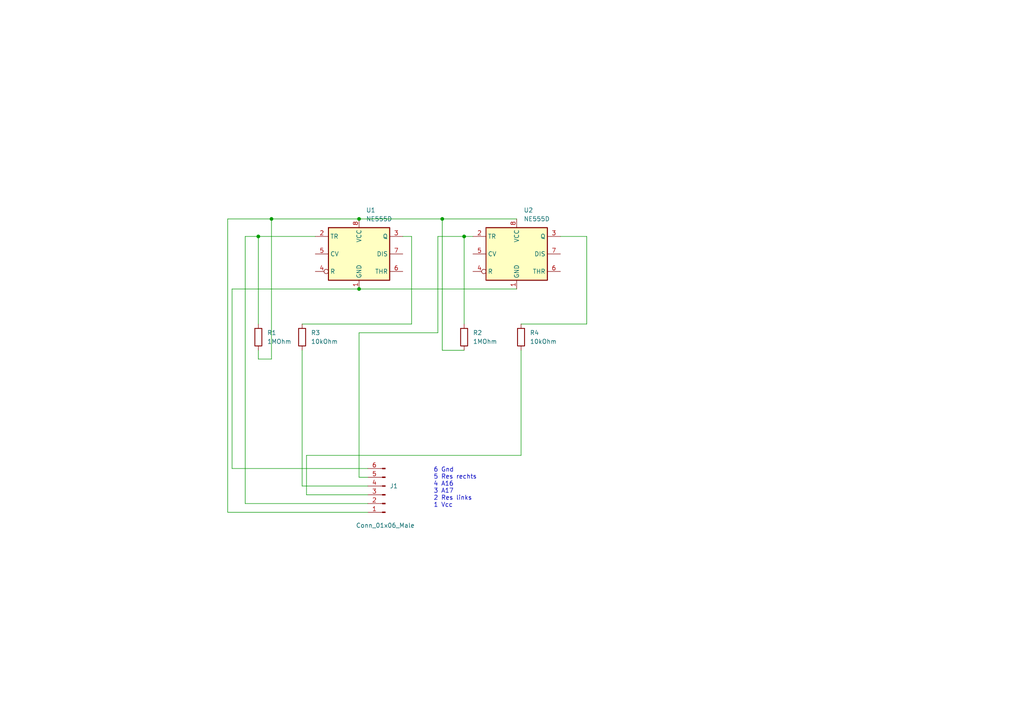
<source format=kicad_sch>
(kicad_sch (version 20211123) (generator eeschema)

  (uuid f388b098-a766-45d6-84fe-a6141afee7f9)

  (paper "A4")

  (title_block
    (title "Double FlipFlop with 4 conditions")
    (rev "0.5")
    (company "A.Michas")
  )

  (lib_symbols
    (symbol "Connector:Conn_01x06_Male" (pin_names (offset 1.016) hide) (in_bom yes) (on_board yes)
      (property "Reference" "J" (id 0) (at 0 7.62 0)
        (effects (font (size 1.27 1.27)))
      )
      (property "Value" "Conn_01x06_Male" (id 1) (at 0 -10.16 0)
        (effects (font (size 1.27 1.27)))
      )
      (property "Footprint" "" (id 2) (at 0 0 0)
        (effects (font (size 1.27 1.27)) hide)
      )
      (property "Datasheet" "~" (id 3) (at 0 0 0)
        (effects (font (size 1.27 1.27)) hide)
      )
      (property "ki_keywords" "connector" (id 4) (at 0 0 0)
        (effects (font (size 1.27 1.27)) hide)
      )
      (property "ki_description" "Generic connector, single row, 01x06, script generated (kicad-library-utils/schlib/autogen/connector/)" (id 5) (at 0 0 0)
        (effects (font (size 1.27 1.27)) hide)
      )
      (property "ki_fp_filters" "Connector*:*_1x??_*" (id 6) (at 0 0 0)
        (effects (font (size 1.27 1.27)) hide)
      )
      (symbol "Conn_01x06_Male_1_1"
        (polyline
          (pts
            (xy 1.27 -7.62)
            (xy 0.8636 -7.62)
          )
          (stroke (width 0.1524) (type default) (color 0 0 0 0))
          (fill (type none))
        )
        (polyline
          (pts
            (xy 1.27 -5.08)
            (xy 0.8636 -5.08)
          )
          (stroke (width 0.1524) (type default) (color 0 0 0 0))
          (fill (type none))
        )
        (polyline
          (pts
            (xy 1.27 -2.54)
            (xy 0.8636 -2.54)
          )
          (stroke (width 0.1524) (type default) (color 0 0 0 0))
          (fill (type none))
        )
        (polyline
          (pts
            (xy 1.27 0)
            (xy 0.8636 0)
          )
          (stroke (width 0.1524) (type default) (color 0 0 0 0))
          (fill (type none))
        )
        (polyline
          (pts
            (xy 1.27 2.54)
            (xy 0.8636 2.54)
          )
          (stroke (width 0.1524) (type default) (color 0 0 0 0))
          (fill (type none))
        )
        (polyline
          (pts
            (xy 1.27 5.08)
            (xy 0.8636 5.08)
          )
          (stroke (width 0.1524) (type default) (color 0 0 0 0))
          (fill (type none))
        )
        (rectangle (start 0.8636 -7.493) (end 0 -7.747)
          (stroke (width 0.1524) (type default) (color 0 0 0 0))
          (fill (type outline))
        )
        (rectangle (start 0.8636 -4.953) (end 0 -5.207)
          (stroke (width 0.1524) (type default) (color 0 0 0 0))
          (fill (type outline))
        )
        (rectangle (start 0.8636 -2.413) (end 0 -2.667)
          (stroke (width 0.1524) (type default) (color 0 0 0 0))
          (fill (type outline))
        )
        (rectangle (start 0.8636 0.127) (end 0 -0.127)
          (stroke (width 0.1524) (type default) (color 0 0 0 0))
          (fill (type outline))
        )
        (rectangle (start 0.8636 2.667) (end 0 2.413)
          (stroke (width 0.1524) (type default) (color 0 0 0 0))
          (fill (type outline))
        )
        (rectangle (start 0.8636 5.207) (end 0 4.953)
          (stroke (width 0.1524) (type default) (color 0 0 0 0))
          (fill (type outline))
        )
        (pin passive line (at 5.08 5.08 180) (length 3.81)
          (name "Pin_1" (effects (font (size 1.27 1.27))))
          (number "1" (effects (font (size 1.27 1.27))))
        )
        (pin passive line (at 5.08 2.54 180) (length 3.81)
          (name "Pin_2" (effects (font (size 1.27 1.27))))
          (number "2" (effects (font (size 1.27 1.27))))
        )
        (pin passive line (at 5.08 0 180) (length 3.81)
          (name "Pin_3" (effects (font (size 1.27 1.27))))
          (number "3" (effects (font (size 1.27 1.27))))
        )
        (pin passive line (at 5.08 -2.54 180) (length 3.81)
          (name "Pin_4" (effects (font (size 1.27 1.27))))
          (number "4" (effects (font (size 1.27 1.27))))
        )
        (pin passive line (at 5.08 -5.08 180) (length 3.81)
          (name "Pin_5" (effects (font (size 1.27 1.27))))
          (number "5" (effects (font (size 1.27 1.27))))
        )
        (pin passive line (at 5.08 -7.62 180) (length 3.81)
          (name "Pin_6" (effects (font (size 1.27 1.27))))
          (number "6" (effects (font (size 1.27 1.27))))
        )
      )
    )
    (symbol "Device:R" (pin_numbers hide) (pin_names (offset 0)) (in_bom yes) (on_board yes)
      (property "Reference" "R" (id 0) (at 2.032 0 90)
        (effects (font (size 1.27 1.27)))
      )
      (property "Value" "R" (id 1) (at 0 0 90)
        (effects (font (size 1.27 1.27)))
      )
      (property "Footprint" "" (id 2) (at -1.778 0 90)
        (effects (font (size 1.27 1.27)) hide)
      )
      (property "Datasheet" "~" (id 3) (at 0 0 0)
        (effects (font (size 1.27 1.27)) hide)
      )
      (property "ki_keywords" "R res resistor" (id 4) (at 0 0 0)
        (effects (font (size 1.27 1.27)) hide)
      )
      (property "ki_description" "Resistor" (id 5) (at 0 0 0)
        (effects (font (size 1.27 1.27)) hide)
      )
      (property "ki_fp_filters" "R_*" (id 6) (at 0 0 0)
        (effects (font (size 1.27 1.27)) hide)
      )
      (symbol "R_0_1"
        (rectangle (start -1.016 -2.54) (end 1.016 2.54)
          (stroke (width 0.254) (type default) (color 0 0 0 0))
          (fill (type none))
        )
      )
      (symbol "R_1_1"
        (pin passive line (at 0 3.81 270) (length 1.27)
          (name "~" (effects (font (size 1.27 1.27))))
          (number "1" (effects (font (size 1.27 1.27))))
        )
        (pin passive line (at 0 -3.81 90) (length 1.27)
          (name "~" (effects (font (size 1.27 1.27))))
          (number "2" (effects (font (size 1.27 1.27))))
        )
      )
    )
    (symbol "Timer:NE555D" (in_bom yes) (on_board yes)
      (property "Reference" "U" (id 0) (at -10.16 8.89 0)
        (effects (font (size 1.27 1.27)) (justify left))
      )
      (property "Value" "NE555D" (id 1) (at 2.54 8.89 0)
        (effects (font (size 1.27 1.27)) (justify left))
      )
      (property "Footprint" "Package_SO:SOIC-8_3.9x4.9mm_P1.27mm" (id 2) (at 21.59 -10.16 0)
        (effects (font (size 1.27 1.27)) hide)
      )
      (property "Datasheet" "http://www.ti.com/lit/ds/symlink/ne555.pdf" (id 3) (at 21.59 -10.16 0)
        (effects (font (size 1.27 1.27)) hide)
      )
      (property "ki_keywords" "single timer 555" (id 4) (at 0 0 0)
        (effects (font (size 1.27 1.27)) hide)
      )
      (property "ki_description" "Precision Timers, 555 compatible, SOIC-8" (id 5) (at 0 0 0)
        (effects (font (size 1.27 1.27)) hide)
      )
      (property "ki_fp_filters" "SOIC*3.9x4.9mm*P1.27mm*" (id 6) (at 0 0 0)
        (effects (font (size 1.27 1.27)) hide)
      )
      (symbol "NE555D_0_0"
        (pin power_in line (at 0 -10.16 90) (length 2.54)
          (name "GND" (effects (font (size 1.27 1.27))))
          (number "1" (effects (font (size 1.27 1.27))))
        )
        (pin power_in line (at 0 10.16 270) (length 2.54)
          (name "VCC" (effects (font (size 1.27 1.27))))
          (number "8" (effects (font (size 1.27 1.27))))
        )
      )
      (symbol "NE555D_0_1"
        (rectangle (start -8.89 -7.62) (end 8.89 7.62)
          (stroke (width 0.254) (type default) (color 0 0 0 0))
          (fill (type background))
        )
        (rectangle (start -8.89 -7.62) (end 8.89 7.62)
          (stroke (width 0.254) (type default) (color 0 0 0 0))
          (fill (type background))
        )
      )
      (symbol "NE555D_1_1"
        (pin input line (at -12.7 5.08 0) (length 3.81)
          (name "TR" (effects (font (size 1.27 1.27))))
          (number "2" (effects (font (size 1.27 1.27))))
        )
        (pin output line (at 12.7 5.08 180) (length 3.81)
          (name "Q" (effects (font (size 1.27 1.27))))
          (number "3" (effects (font (size 1.27 1.27))))
        )
        (pin input inverted (at -12.7 -5.08 0) (length 3.81)
          (name "R" (effects (font (size 1.27 1.27))))
          (number "4" (effects (font (size 1.27 1.27))))
        )
        (pin input line (at -12.7 0 0) (length 3.81)
          (name "CV" (effects (font (size 1.27 1.27))))
          (number "5" (effects (font (size 1.27 1.27))))
        )
        (pin input line (at 12.7 -5.08 180) (length 3.81)
          (name "THR" (effects (font (size 1.27 1.27))))
          (number "6" (effects (font (size 1.27 1.27))))
        )
        (pin input line (at 12.7 0 180) (length 3.81)
          (name "DIS" (effects (font (size 1.27 1.27))))
          (number "7" (effects (font (size 1.27 1.27))))
        )
      )
    )
  )


  (junction (at 134.62 68.58) (diameter 0) (color 0 0 0 0)
    (uuid 54835e27-5e30-431a-b8f1-9d9687f3fd0b)
  )
  (junction (at 104.14 83.82) (diameter 0) (color 0 0 0 0)
    (uuid 6b659bca-107d-4aba-9625-4f799ccc4980)
  )
  (junction (at 104.14 63.5) (diameter 0) (color 0 0 0 0)
    (uuid 9490d74f-45b2-4cef-8978-58bfec936230)
  )
  (junction (at 78.74 63.5) (diameter 0) (color 0 0 0 0)
    (uuid 9a5ff421-165f-460c-b681-e726a950c475)
  )
  (junction (at 74.93 68.58) (diameter 0) (color 0 0 0 0)
    (uuid b0e0c9e0-3a24-4c56-9087-458aa0da52d1)
  )
  (junction (at 128.27 63.5) (diameter 0) (color 0 0 0 0)
    (uuid f030c5b7-aa36-4ad3-9e21-680ce70e8a23)
  )

  (wire (pts (xy 134.62 101.6) (xy 128.27 101.6))
    (stroke (width 0) (type default) (color 0 0 0 0))
    (uuid 019abb30-41f6-4416-8b0a-4adb953581de)
  )
  (wire (pts (xy 66.04 148.59) (xy 106.68 148.59))
    (stroke (width 0) (type default) (color 0 0 0 0))
    (uuid 0cd245b3-03d7-4661-8f70-0d5d975a552b)
  )
  (wire (pts (xy 128.27 101.6) (xy 128.27 63.5))
    (stroke (width 0) (type default) (color 0 0 0 0))
    (uuid 0d83bd32-dd69-4f30-a3dd-37e70abf1d47)
  )
  (wire (pts (xy 170.18 68.58) (xy 170.18 93.98))
    (stroke (width 0) (type default) (color 0 0 0 0))
    (uuid 106e53cf-49d1-4508-951d-ba6146882531)
  )
  (wire (pts (xy 67.31 135.89) (xy 106.68 135.89))
    (stroke (width 0) (type default) (color 0 0 0 0))
    (uuid 12236ecc-768d-4407-aaa4-98f3600c7ded)
  )
  (wire (pts (xy 87.63 93.98) (xy 119.38 93.98))
    (stroke (width 0) (type default) (color 0 0 0 0))
    (uuid 13fdbf40-45de-49bf-a36c-4d61be2fa9ad)
  )
  (wire (pts (xy 91.44 68.58) (xy 74.93 68.58))
    (stroke (width 0) (type default) (color 0 0 0 0))
    (uuid 15b2802f-d331-406e-aa01-c2809c1b104c)
  )
  (wire (pts (xy 104.14 83.82) (xy 149.86 83.82))
    (stroke (width 0) (type default) (color 0 0 0 0))
    (uuid 190e54aa-87e8-4fc3-8c58-0b4fdc3a6faa)
  )
  (wire (pts (xy 127 96.52) (xy 127 68.58))
    (stroke (width 0) (type default) (color 0 0 0 0))
    (uuid 261b7a61-f5f2-4105-a7aa-9f01e93cfbf9)
  )
  (wire (pts (xy 88.9 143.51) (xy 106.68 143.51))
    (stroke (width 0) (type default) (color 0 0 0 0))
    (uuid 34c5a3e1-6721-4dcd-a3bf-f722d952ad1a)
  )
  (wire (pts (xy 119.38 68.58) (xy 116.84 68.58))
    (stroke (width 0) (type default) (color 0 0 0 0))
    (uuid 37b33007-4c09-4dd8-a4d5-c72cc2484ca7)
  )
  (wire (pts (xy 66.04 63.5) (xy 78.74 63.5))
    (stroke (width 0) (type default) (color 0 0 0 0))
    (uuid 39c45114-36ee-4498-b331-bae3092c2dbd)
  )
  (wire (pts (xy 106.68 146.05) (xy 71.12 146.05))
    (stroke (width 0) (type default) (color 0 0 0 0))
    (uuid 4a48253e-35e9-4d72-9add-17329f0a60db)
  )
  (wire (pts (xy 74.93 104.14) (xy 74.93 101.6))
    (stroke (width 0) (type default) (color 0 0 0 0))
    (uuid 4d8d5e30-7a39-4d4f-8e2e-1e6e58b193bc)
  )
  (wire (pts (xy 78.74 63.5) (xy 78.74 104.14))
    (stroke (width 0) (type default) (color 0 0 0 0))
    (uuid 5933d46d-bb5e-41ba-9b6c-2111e343e104)
  )
  (wire (pts (xy 104.14 138.43) (xy 104.14 96.52))
    (stroke (width 0) (type default) (color 0 0 0 0))
    (uuid 6f848cdb-212a-4d30-aabe-b9ffe9c75434)
  )
  (wire (pts (xy 151.13 132.08) (xy 88.9 132.08))
    (stroke (width 0) (type default) (color 0 0 0 0))
    (uuid 70ac375a-44ba-4827-ab0d-a6b9d85762b8)
  )
  (wire (pts (xy 170.18 93.98) (xy 151.13 93.98))
    (stroke (width 0) (type default) (color 0 0 0 0))
    (uuid 7127aa15-15b5-418e-a479-4639f48d92c5)
  )
  (wire (pts (xy 67.31 83.82) (xy 67.31 135.89))
    (stroke (width 0) (type default) (color 0 0 0 0))
    (uuid 7575abb8-bd4a-4151-b18c-0e0ba99729f4)
  )
  (wire (pts (xy 87.63 101.6) (xy 87.63 140.97))
    (stroke (width 0) (type default) (color 0 0 0 0))
    (uuid 7581c33c-6df4-4d7b-9591-b63299b2f46d)
  )
  (wire (pts (xy 134.62 68.58) (xy 134.62 93.98))
    (stroke (width 0) (type default) (color 0 0 0 0))
    (uuid 7c0a8646-fe18-44d6-99f3-c072f0e7b3bc)
  )
  (wire (pts (xy 66.04 63.5) (xy 66.04 148.59))
    (stroke (width 0) (type default) (color 0 0 0 0))
    (uuid 7d039f21-3884-4386-98d0-b8dc67350dce)
  )
  (wire (pts (xy 104.14 138.43) (xy 106.68 138.43))
    (stroke (width 0) (type default) (color 0 0 0 0))
    (uuid 7ecdc785-c4b7-4511-841b-d6e9fb37c06c)
  )
  (wire (pts (xy 78.74 104.14) (xy 74.93 104.14))
    (stroke (width 0) (type default) (color 0 0 0 0))
    (uuid 82006e2a-220e-4a17-b581-a197b5598f8a)
  )
  (wire (pts (xy 71.12 68.58) (xy 74.93 68.58))
    (stroke (width 0) (type default) (color 0 0 0 0))
    (uuid 98abfdec-c0bd-4c75-a723-91cdb2f9ee6f)
  )
  (wire (pts (xy 151.13 101.6) (xy 151.13 132.08))
    (stroke (width 0) (type default) (color 0 0 0 0))
    (uuid 9e5a2b89-b239-4ee0-9c2a-d777efbfe791)
  )
  (wire (pts (xy 104.14 96.52) (xy 127 96.52))
    (stroke (width 0) (type default) (color 0 0 0 0))
    (uuid a7a594d0-aadb-4c78-96b0-84791ea8f343)
  )
  (wire (pts (xy 71.12 146.05) (xy 71.12 68.58))
    (stroke (width 0) (type default) (color 0 0 0 0))
    (uuid aa8018f8-ec1e-478d-826b-a2bb5f1eeac9)
  )
  (wire (pts (xy 128.27 63.5) (xy 149.86 63.5))
    (stroke (width 0) (type default) (color 0 0 0 0))
    (uuid abde9086-bcac-4fa9-8ab8-b21f816410e2)
  )
  (wire (pts (xy 74.93 68.58) (xy 74.93 93.98))
    (stroke (width 0) (type default) (color 0 0 0 0))
    (uuid c476f6a3-9677-4673-92a9-bc6d0c6591ff)
  )
  (wire (pts (xy 119.38 93.98) (xy 119.38 68.58))
    (stroke (width 0) (type default) (color 0 0 0 0))
    (uuid c5f9fadb-9a2b-483d-a437-406765cb0230)
  )
  (wire (pts (xy 162.56 68.58) (xy 170.18 68.58))
    (stroke (width 0) (type default) (color 0 0 0 0))
    (uuid ca4b37a6-f26a-4d95-a649-9b468514621b)
  )
  (wire (pts (xy 137.16 68.58) (xy 134.62 68.58))
    (stroke (width 0) (type default) (color 0 0 0 0))
    (uuid cfce9251-377d-4c10-a624-1c4bf21f17d6)
  )
  (wire (pts (xy 104.14 63.5) (xy 128.27 63.5))
    (stroke (width 0) (type default) (color 0 0 0 0))
    (uuid d0eed273-3c87-4a94-9b9c-cada500f4fd6)
  )
  (wire (pts (xy 127 68.58) (xy 134.62 68.58))
    (stroke (width 0) (type default) (color 0 0 0 0))
    (uuid d7c6a2b9-74be-40cf-81a4-ed72dcf666d0)
  )
  (wire (pts (xy 87.63 140.97) (xy 106.68 140.97))
    (stroke (width 0) (type default) (color 0 0 0 0))
    (uuid f199f042-7035-427e-b833-01686c45e6ee)
  )
  (wire (pts (xy 78.74 63.5) (xy 104.14 63.5))
    (stroke (width 0) (type default) (color 0 0 0 0))
    (uuid f29ff628-5d40-4371-9aeb-75bd33a25ceb)
  )
  (wire (pts (xy 104.14 83.82) (xy 67.31 83.82))
    (stroke (width 0) (type default) (color 0 0 0 0))
    (uuid f9491246-fd6f-4b5c-b2fb-d8de8bad70de)
  )
  (wire (pts (xy 88.9 132.08) (xy 88.9 143.51))
    (stroke (width 0) (type default) (color 0 0 0 0))
    (uuid fa09fe92-de81-47ed-8cb8-e48c8378dcd0)
  )

  (text "6 Gnd\n5 Res rechts\n4 A16\n3 A17\n2 Res links\n1 Vcc\n" (at 125.73 147.32 0)
    (effects (font (size 1.27 1.27)) (justify left bottom))
    (uuid 2fc793c5-7479-4f4d-a51d-6212012b0dc0)
  )

  (symbol (lib_id "Device:R") (at 134.62 97.79 0) (unit 1)
    (in_bom yes) (on_board yes) (fields_autoplaced)
    (uuid 28f9aff7-ea60-46d8-8785-9aabdcd3d433)
    (property "Reference" "R2" (id 0) (at 137.16 96.5199 0)
      (effects (font (size 1.27 1.27)) (justify left))
    )
    (property "Value" "1MOhm" (id 1) (at 137.16 99.0599 0)
      (effects (font (size 1.27 1.27)) (justify left))
    )
    (property "Footprint" "Resistor_SMD:R_1206_3216Metric" (id 2) (at 132.842 97.79 90)
      (effects (font (size 1.27 1.27)) hide)
    )
    (property "Datasheet" "~" (id 3) (at 134.62 97.79 0)
      (effects (font (size 1.27 1.27)) hide)
    )
    (pin "1" (uuid 0987ec12-3fe7-4cae-abce-3f47c2488173))
    (pin "2" (uuid b2662bcc-2c6f-4e7e-980e-5d52b5c2e2eb))
  )

  (symbol (lib_id "Device:R") (at 151.13 97.79 0) (unit 1)
    (in_bom yes) (on_board yes) (fields_autoplaced)
    (uuid 41328942-647c-433f-b764-8d7c7b67ef38)
    (property "Reference" "R4" (id 0) (at 153.67 96.5199 0)
      (effects (font (size 1.27 1.27)) (justify left))
    )
    (property "Value" "10kOhm" (id 1) (at 153.67 99.0599 0)
      (effects (font (size 1.27 1.27)) (justify left))
    )
    (property "Footprint" "Resistor_SMD:R_1206_3216Metric" (id 2) (at 149.352 97.79 90)
      (effects (font (size 1.27 1.27)) hide)
    )
    (property "Datasheet" "~" (id 3) (at 151.13 97.79 0)
      (effects (font (size 1.27 1.27)) hide)
    )
    (pin "1" (uuid 976dcc8e-cc4d-4289-8924-418d1ca3f94c))
    (pin "2" (uuid 06497afc-c7ed-48a0-a3ea-e904957ccb31))
  )

  (symbol (lib_id "Timer:NE555D") (at 104.14 73.66 0) (unit 1)
    (in_bom yes) (on_board yes) (fields_autoplaced)
    (uuid 49ac1ee4-1cad-4d67-adc7-e7553a5af094)
    (property "Reference" "U1" (id 0) (at 106.1594 60.96 0)
      (effects (font (size 1.27 1.27)) (justify left))
    )
    (property "Value" "NE555D" (id 1) (at 106.1594 63.5 0)
      (effects (font (size 1.27 1.27)) (justify left))
    )
    (property "Footprint" "Package_SO:SOIC-8_3.9x4.9mm_P1.27mm" (id 2) (at 125.73 83.82 0)
      (effects (font (size 1.27 1.27)) hide)
    )
    (property "Datasheet" "http://www.ti.com/lit/ds/symlink/ne555.pdf" (id 3) (at 125.73 83.82 0)
      (effects (font (size 1.27 1.27)) hide)
    )
    (pin "1" (uuid b54866a4-f87b-4a65-8026-664a2973b3bf))
    (pin "8" (uuid eb94aebd-ad49-4be8-a164-dafabc928ec4))
    (pin "2" (uuid 1bbdc5c0-2eb7-4b93-8d39-13b7c19ec5a1))
    (pin "3" (uuid 9b6ea2a5-b633-49d3-9461-e87ffc0b8ba7))
    (pin "4" (uuid dcbd158e-e33b-4f5e-9e9e-8e0563dd02f4))
    (pin "5" (uuid 45d4d886-4fb7-44dd-9cc3-711c7466b137))
    (pin "6" (uuid 8bd858b9-6dbc-4542-8edf-f35e4359fee7))
    (pin "7" (uuid 0537e51e-ed8d-4dca-905d-a7ffc72d5304))
  )

  (symbol (lib_id "Timer:NE555D") (at 149.86 73.66 0) (unit 1)
    (in_bom yes) (on_board yes) (fields_autoplaced)
    (uuid 684559c3-6a34-4cdb-8e79-901bfcbc0960)
    (property "Reference" "U2" (id 0) (at 151.8794 60.96 0)
      (effects (font (size 1.27 1.27)) (justify left))
    )
    (property "Value" "NE555D" (id 1) (at 151.8794 63.5 0)
      (effects (font (size 1.27 1.27)) (justify left))
    )
    (property "Footprint" "Package_SO:SOIC-8_3.9x4.9mm_P1.27mm" (id 2) (at 171.45 83.82 0)
      (effects (font (size 1.27 1.27)) hide)
    )
    (property "Datasheet" "http://www.ti.com/lit/ds/symlink/ne555.pdf" (id 3) (at 171.45 83.82 0)
      (effects (font (size 1.27 1.27)) hide)
    )
    (pin "1" (uuid 743f39ec-efbd-46da-a560-d277401ec291))
    (pin "8" (uuid e36cafd3-ea30-486f-9f73-4849058f091e))
    (pin "2" (uuid eea599a8-d17c-4146-820b-381518c2fd3b))
    (pin "3" (uuid 0ff174c7-6f8b-40b9-8f94-5fcde4bbde9b))
    (pin "4" (uuid 75918f70-3f0b-4c02-997d-4524f52b4948))
    (pin "5" (uuid e76cacf0-bd83-41b1-aa73-92e3de17cbd0))
    (pin "6" (uuid a0530c44-2948-4b48-a4f8-990fae50b8f2))
    (pin "7" (uuid b21ab893-1ba6-43c3-bd70-dcc818156f88))
  )

  (symbol (lib_id "Device:R") (at 74.93 97.79 0) (unit 1)
    (in_bom yes) (on_board yes) (fields_autoplaced)
    (uuid 74a69cdb-ab1e-46eb-9b11-3fdaf68a6732)
    (property "Reference" "R1" (id 0) (at 77.47 96.5199 0)
      (effects (font (size 1.27 1.27)) (justify left))
    )
    (property "Value" "1MOhm" (id 1) (at 77.47 99.0599 0)
      (effects (font (size 1.27 1.27)) (justify left))
    )
    (property "Footprint" "Resistor_SMD:R_1206_3216Metric" (id 2) (at 73.152 97.79 90)
      (effects (font (size 1.27 1.27)) hide)
    )
    (property "Datasheet" "~" (id 3) (at 74.93 97.79 0)
      (effects (font (size 1.27 1.27)) hide)
    )
    (pin "1" (uuid c15a45d6-cc6b-4a79-8e0f-13f931c40758))
    (pin "2" (uuid 09c2a063-70f7-4e73-affb-e73c465b4f7a))
  )

  (symbol (lib_id "Connector:Conn_01x06_Male") (at 111.76 143.51 180) (unit 1)
    (in_bom yes) (on_board yes)
    (uuid b649cd94-948a-4733-aab0-fe8000cb4d7f)
    (property "Reference" "J1" (id 0) (at 113.03 140.9699 0)
      (effects (font (size 1.27 1.27)) (justify right))
    )
    (property "Value" "Conn_01x06_Male" (id 1) (at 111.76 152.4 0))
    (property "Footprint" "Connector_PinSocket_1.27mm:PinSocket_2x03_P1.27mm_Vertical_SMD" (id 2) (at 111.76 143.51 0)
      (effects (font (size 1.27 1.27)) hide)
    )
    (property "Datasheet" "~" (id 3) (at 111.76 143.51 0)
      (effects (font (size 1.27 1.27)) hide)
    )
    (pin "1" (uuid 13b06f51-a232-4be2-a0ca-ab53990e24c1))
    (pin "2" (uuid 478ffb07-03e8-49a1-afe4-5c90fdd5fa0d))
    (pin "3" (uuid 0f28ffe0-ef66-454a-be25-bb65cf703a32))
    (pin "4" (uuid c18bd84f-c861-4247-86fc-d548d21a27d0))
    (pin "5" (uuid ab9ceacb-0179-47ae-b677-fd0c867ae27f))
    (pin "6" (uuid abf35956-8e73-4dc8-8f79-7e8c2bfeba59))
  )

  (symbol (lib_id "Device:R") (at 87.63 97.79 0) (unit 1)
    (in_bom yes) (on_board yes) (fields_autoplaced)
    (uuid bcefe73d-1d39-4313-9570-8feeae3502c2)
    (property "Reference" "R3" (id 0) (at 90.17 96.5199 0)
      (effects (font (size 1.27 1.27)) (justify left))
    )
    (property "Value" "10kOhm" (id 1) (at 90.17 99.0599 0)
      (effects (font (size 1.27 1.27)) (justify left))
    )
    (property "Footprint" "Resistor_SMD:R_1206_3216Metric" (id 2) (at 85.852 97.79 90)
      (effects (font (size 1.27 1.27)) hide)
    )
    (property "Datasheet" "~" (id 3) (at 87.63 97.79 0)
      (effects (font (size 1.27 1.27)) hide)
    )
    (pin "1" (uuid a9f98833-c843-42d4-86c3-ff352ffdf5b7))
    (pin "2" (uuid 0f943ed4-83ce-4943-b957-50238ddb2385))
  )

  (sheet_instances
    (path "/" (page "1"))
  )

  (symbol_instances
    (path "/b649cd94-948a-4733-aab0-fe8000cb4d7f"
      (reference "J1") (unit 1) (value "Conn_01x06_Male") (footprint "Connector_PinSocket_1.27mm:PinSocket_2x03_P1.27mm_Vertical_SMD")
    )
    (path "/74a69cdb-ab1e-46eb-9b11-3fdaf68a6732"
      (reference "R1") (unit 1) (value "1MOhm") (footprint "Resistor_SMD:R_1206_3216Metric")
    )
    (path "/28f9aff7-ea60-46d8-8785-9aabdcd3d433"
      (reference "R2") (unit 1) (value "1MOhm") (footprint "Resistor_SMD:R_1206_3216Metric")
    )
    (path "/bcefe73d-1d39-4313-9570-8feeae3502c2"
      (reference "R3") (unit 1) (value "10kOhm") (footprint "Resistor_SMD:R_1206_3216Metric")
    )
    (path "/41328942-647c-433f-b764-8d7c7b67ef38"
      (reference "R4") (unit 1) (value "10kOhm") (footprint "Resistor_SMD:R_1206_3216Metric")
    )
    (path "/49ac1ee4-1cad-4d67-adc7-e7553a5af094"
      (reference "U1") (unit 1) (value "NE555D") (footprint "Package_SO:SOIC-8_3.9x4.9mm_P1.27mm")
    )
    (path "/684559c3-6a34-4cdb-8e79-901bfcbc0960"
      (reference "U2") (unit 1) (value "NE555D") (footprint "Package_SO:SOIC-8_3.9x4.9mm_P1.27mm")
    )
  )
)

</source>
